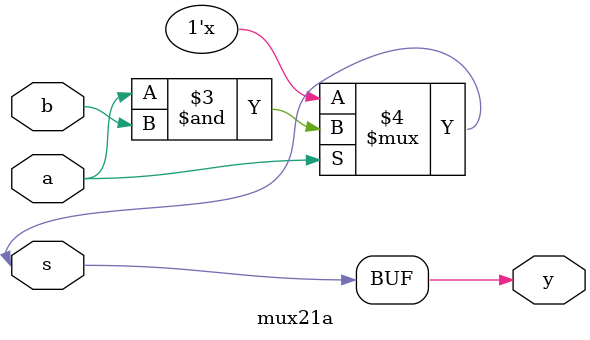
<source format=v>
`timescale 1ns / 1ps


module mux21topv(
   input wire sw0,
   input wire sw1,
   inout wire sw2,
   output wire [0:0] led
);
   mux21a u1(.a(sw0),
             .b(sw1),
             .s(sw2),
             .y(led[0])
   );
endmodule

module mux21a(
    input wire a,
    input wire b,
    inout wire s,
    output wire y
    );
    
    assign y = a ? (s^1'b0) : s;
    assign s = a ? (a&b) : 1'bz;
endmodule

</source>
